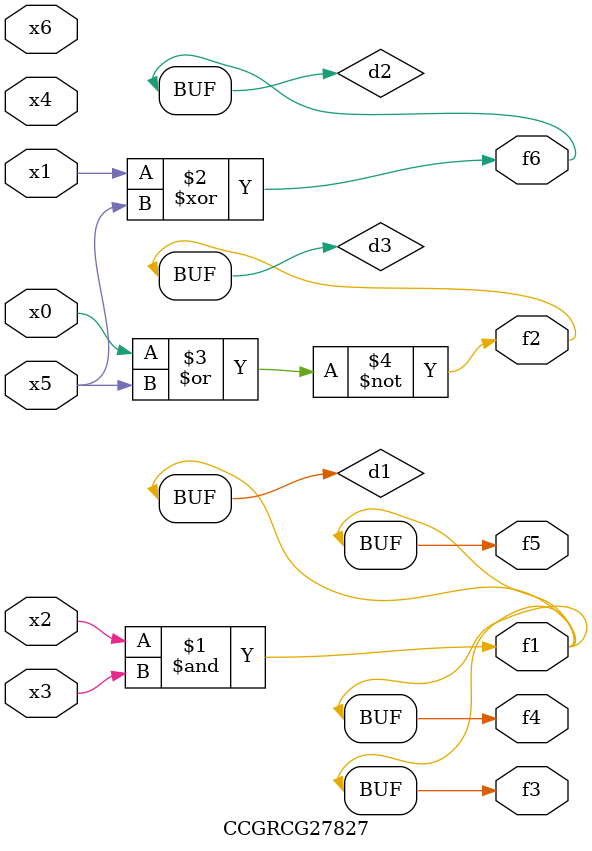
<source format=v>
module CCGRCG27827(
	input x0, x1, x2, x3, x4, x5, x6,
	output f1, f2, f3, f4, f5, f6
);

	wire d1, d2, d3;

	and (d1, x2, x3);
	xor (d2, x1, x5);
	nor (d3, x0, x5);
	assign f1 = d1;
	assign f2 = d3;
	assign f3 = d1;
	assign f4 = d1;
	assign f5 = d1;
	assign f6 = d2;
endmodule

</source>
